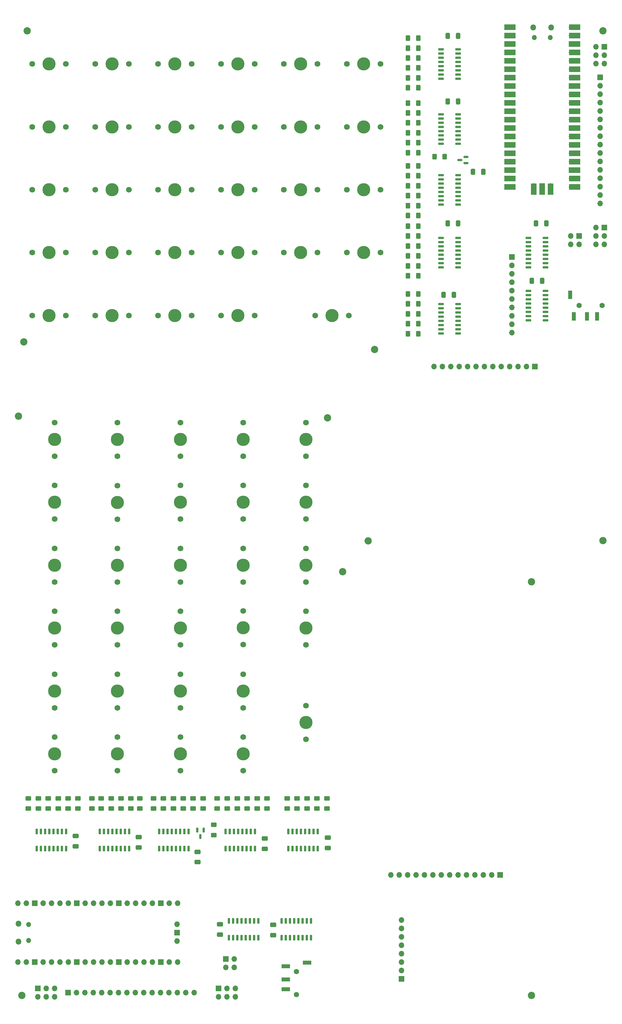
<source format=gts>
G04 #@! TF.GenerationSoftware,KiCad,Pcbnew,(6.0.10)*
G04 #@! TF.CreationDate,2023-02-21T21:24:37+01:00*
G04 #@! TF.ProjectId,kicad,6b696361-642e-46b6-9963-61645f706362,rev?*
G04 #@! TF.SameCoordinates,Original*
G04 #@! TF.FileFunction,Soldermask,Top*
G04 #@! TF.FilePolarity,Negative*
%FSLAX46Y46*%
G04 Gerber Fmt 4.6, Leading zero omitted, Abs format (unit mm)*
G04 Created by KiCad (PCBNEW (6.0.10)) date 2023-02-21 21:24:37*
%MOMM*%
%LPD*%
G01*
G04 APERTURE LIST*
G04 Aperture macros list*
%AMRoundRect*
0 Rectangle with rounded corners*
0 $1 Rounding radius*
0 $2 $3 $4 $5 $6 $7 $8 $9 X,Y pos of 4 corners*
0 Add a 4 corners polygon primitive as box body*
4,1,4,$2,$3,$4,$5,$6,$7,$8,$9,$2,$3,0*
0 Add four circle primitives for the rounded corners*
1,1,$1+$1,$2,$3*
1,1,$1+$1,$4,$5*
1,1,$1+$1,$6,$7*
1,1,$1+$1,$8,$9*
0 Add four rect primitives between the rounded corners*
20,1,$1+$1,$2,$3,$4,$5,0*
20,1,$1+$1,$4,$5,$6,$7,0*
20,1,$1+$1,$6,$7,$8,$9,0*
20,1,$1+$1,$8,$9,$2,$3,0*%
G04 Aperture macros list end*
%ADD10C,1.600000*%
%ADD11R,2.500000X1.200000*%
%ADD12RoundRect,0.250000X-0.625000X0.400000X-0.625000X-0.400000X0.625000X-0.400000X0.625000X0.400000X0*%
%ADD13RoundRect,0.250000X-0.400000X-0.625000X0.400000X-0.625000X0.400000X0.625000X-0.400000X0.625000X0*%
%ADD14C,3.987800*%
%ADD15C,1.750000*%
%ADD16R,1.700000X1.700000*%
%ADD17O,1.700000X1.700000*%
%ADD18RoundRect,0.250000X0.412500X0.650000X-0.412500X0.650000X-0.412500X-0.650000X0.412500X-0.650000X0*%
%ADD19RoundRect,0.150000X-0.725000X-0.150000X0.725000X-0.150000X0.725000X0.150000X-0.725000X0.150000X0*%
%ADD20RoundRect,0.150000X0.587500X0.150000X-0.587500X0.150000X-0.587500X-0.150000X0.587500X-0.150000X0*%
%ADD21C,2.200000*%
%ADD22O,1.500000X1.500000*%
%ADD23O,1.800000X1.800000*%
%ADD24R,3.500000X1.700000*%
%ADD25R,1.700000X3.500000*%
%ADD26RoundRect,0.150000X0.150000X-0.725000X0.150000X0.725000X-0.150000X0.725000X-0.150000X-0.725000X0*%
%ADD27RoundRect,0.250000X-0.412500X-0.650000X0.412500X-0.650000X0.412500X0.650000X-0.412500X0.650000X0*%
%ADD28RoundRect,0.150000X-0.150000X0.725000X-0.150000X-0.725000X0.150000X-0.725000X0.150000X0.725000X0*%
%ADD29RoundRect,0.150000X-0.150000X0.587500X-0.150000X-0.587500X0.150000X-0.587500X0.150000X0.587500X0*%
%ADD30RoundRect,0.250000X-0.650000X0.412500X-0.650000X-0.412500X0.650000X-0.412500X0.650000X0.412500X0*%
%ADD31RoundRect,0.250000X0.650000X-0.412500X0.650000X0.412500X-0.650000X0.412500X-0.650000X-0.412500X0*%
%ADD32R,1.200000X2.500000*%
G04 APERTURE END LIST*
D10*
X120340000Y-323180001D03*
X120340000Y-316180001D03*
D11*
X117090000Y-318580001D03*
X117090000Y-321580001D03*
X123590000Y-313480001D03*
X117090000Y-314580001D03*
D12*
X117539999Y-263880000D03*
X117539999Y-266980000D03*
D13*
X154070000Y-65800000D03*
X157170000Y-65800000D03*
D14*
X45620000Y-42000000D03*
D15*
X50700000Y-42000000D03*
X40540000Y-42000000D03*
X85259999Y-217510000D03*
D14*
X85259999Y-212430000D03*
D15*
X85259999Y-207350000D03*
D16*
X205740000Y-93980000D03*
D17*
X203200000Y-93980000D03*
X205740000Y-96520000D03*
X203200000Y-96520000D03*
D12*
X61339999Y-263880000D03*
X61339999Y-266980000D03*
X48339999Y-263880000D03*
X48339999Y-266980000D03*
D13*
X154069999Y-97000000D03*
X157169999Y-97000000D03*
D18*
X176822500Y-74600000D03*
X173697500Y-74600000D03*
D12*
X99450000Y-263880000D03*
X99450000Y-266980000D03*
D15*
X104260000Y-245350001D03*
D14*
X104260000Y-250430001D03*
D15*
X104260000Y-255510001D03*
D19*
X190425000Y-94555000D03*
X190425000Y-95825000D03*
X190425000Y-97095000D03*
X190425000Y-98365000D03*
X190425000Y-99635000D03*
X190425000Y-100905000D03*
X190425000Y-102175000D03*
X190425000Y-103445000D03*
X195575000Y-103445000D03*
X195575000Y-102175000D03*
X195575000Y-100905000D03*
X195575000Y-99635000D03*
X195575000Y-98365000D03*
X195575000Y-97095000D03*
X195575000Y-95825000D03*
X195575000Y-94555000D03*
D12*
X129540000Y-263880000D03*
X129540000Y-266980000D03*
D20*
X171557500Y-71950000D03*
X171557500Y-70050000D03*
X169682500Y-71000000D03*
D13*
X154070000Y-59800000D03*
X157170000Y-59800000D03*
D12*
X111449999Y-263880000D03*
X111449999Y-266980000D03*
D21*
X134340000Y-195430001D03*
D15*
X116540000Y-61000000D03*
D14*
X121620000Y-61000000D03*
D15*
X126700000Y-61000000D03*
D16*
X152059999Y-318435001D03*
D17*
X152059999Y-315895001D03*
X152059999Y-313355001D03*
X152059999Y-310815001D03*
X152059999Y-308275001D03*
X152059999Y-305735001D03*
X152059999Y-303195001D03*
X152059999Y-300655001D03*
D22*
X197045000Y-34030000D03*
D23*
X191895000Y-31000000D03*
X197345000Y-31000000D03*
D22*
X192195000Y-34030000D03*
D24*
X184830000Y-30870000D03*
D17*
X185730000Y-30870000D03*
D24*
X184830000Y-33410000D03*
D17*
X185730000Y-33410000D03*
D16*
X185730000Y-35950000D03*
D24*
X184830000Y-35950000D03*
X184830000Y-38490000D03*
D17*
X185730000Y-38490000D03*
D24*
X184830000Y-41030000D03*
D17*
X185730000Y-41030000D03*
X185730000Y-43570000D03*
D24*
X184830000Y-43570000D03*
X184830000Y-46110000D03*
D17*
X185730000Y-46110000D03*
D24*
X184830000Y-48650000D03*
D16*
X185730000Y-48650000D03*
D24*
X184830000Y-51190000D03*
D17*
X185730000Y-51190000D03*
D24*
X184830000Y-53730000D03*
D17*
X185730000Y-53730000D03*
D24*
X184830000Y-56270000D03*
D17*
X185730000Y-56270000D03*
X185730000Y-58810000D03*
D24*
X184830000Y-58810000D03*
X184830000Y-61350000D03*
D16*
X185730000Y-61350000D03*
D17*
X185730000Y-63890000D03*
D24*
X184830000Y-63890000D03*
X184830000Y-66430000D03*
D17*
X185730000Y-66430000D03*
X185730000Y-68970000D03*
D24*
X184830000Y-68970000D03*
D17*
X185730000Y-71510000D03*
D24*
X184830000Y-71510000D03*
X184830000Y-74050000D03*
D16*
X185730000Y-74050000D03*
D17*
X185730000Y-76590000D03*
D24*
X184830000Y-76590000D03*
X184830000Y-79130000D03*
D17*
X185730000Y-79130000D03*
D24*
X204410000Y-79130000D03*
D17*
X203510000Y-79130000D03*
X203510000Y-76590000D03*
D24*
X204410000Y-76590000D03*
X204410000Y-74050000D03*
D16*
X203510000Y-74050000D03*
D24*
X204410000Y-71510000D03*
D17*
X203510000Y-71510000D03*
D24*
X204410000Y-68970000D03*
D17*
X203510000Y-68970000D03*
D24*
X204410000Y-66430000D03*
D17*
X203510000Y-66430000D03*
D24*
X204410000Y-63890000D03*
D17*
X203510000Y-63890000D03*
D24*
X204410000Y-61350000D03*
D16*
X203510000Y-61350000D03*
D24*
X204410000Y-58810000D03*
D17*
X203510000Y-58810000D03*
X203510000Y-56270000D03*
D24*
X204410000Y-56270000D03*
X204410000Y-53730000D03*
D17*
X203510000Y-53730000D03*
D24*
X204410000Y-51190000D03*
D17*
X203510000Y-51190000D03*
D24*
X204410000Y-48650000D03*
D16*
X203510000Y-48650000D03*
D24*
X204410000Y-46110000D03*
D17*
X203510000Y-46110000D03*
D24*
X204410000Y-43570000D03*
D17*
X203510000Y-43570000D03*
D24*
X204410000Y-41030000D03*
D17*
X203510000Y-41030000D03*
D24*
X204410000Y-38490000D03*
D17*
X203510000Y-38490000D03*
D16*
X203510000Y-35950000D03*
D24*
X204410000Y-35950000D03*
X204410000Y-33410000D03*
D17*
X203510000Y-33410000D03*
D24*
X204410000Y-30870000D03*
D17*
X203510000Y-30870000D03*
X192080000Y-78900000D03*
D25*
X192080000Y-79800000D03*
D16*
X194620000Y-78900000D03*
D25*
X194620000Y-79800000D03*
X197160000Y-79800000D03*
D17*
X197160000Y-78900000D03*
D14*
X47260000Y-174430001D03*
D15*
X47260000Y-169350001D03*
X47260000Y-179510001D03*
D14*
X64620000Y-80000000D03*
D15*
X59540000Y-80000000D03*
X69700000Y-80000000D03*
D26*
X115895000Y-306005000D03*
X117165000Y-306005000D03*
X118435000Y-306005000D03*
X119705000Y-306005000D03*
X120975000Y-306005000D03*
X122245000Y-306005000D03*
X123515000Y-306005000D03*
X124785000Y-306005000D03*
X124785000Y-300855000D03*
X123515000Y-300855000D03*
X122245000Y-300855000D03*
X120975000Y-300855000D03*
X119705000Y-300855000D03*
X118435000Y-300855000D03*
X117165000Y-300855000D03*
X115895000Y-300855000D03*
D12*
X126539999Y-263880000D03*
X126539999Y-266980000D03*
D15*
X47260000Y-198510001D03*
D14*
X47260000Y-193430001D03*
D15*
X47260000Y-188350001D03*
D19*
X164045000Y-94555000D03*
X164045000Y-95825000D03*
X164045000Y-97095000D03*
X164045000Y-98365000D03*
X164045000Y-99635000D03*
X164045000Y-100905000D03*
X164045000Y-102175000D03*
X164045000Y-103445000D03*
X169195000Y-103445000D03*
X169195000Y-102175000D03*
X169195000Y-100905000D03*
X169195000Y-99635000D03*
X169195000Y-98365000D03*
X169195000Y-97095000D03*
X169195000Y-95825000D03*
X169195000Y-94555000D03*
D15*
X50700000Y-118000000D03*
X40540000Y-118000000D03*
D14*
X45620000Y-118000000D03*
D15*
X97540000Y-80000000D03*
X107700000Y-80000000D03*
D14*
X102620000Y-80000000D03*
D13*
X154070000Y-75800000D03*
X157170000Y-75800000D03*
D14*
X83620000Y-61000000D03*
D15*
X88700000Y-61000000D03*
X78540000Y-61000000D03*
X47259999Y-207350000D03*
D14*
X47259999Y-212430000D03*
D15*
X47259999Y-217510000D03*
D12*
X120540000Y-263880000D03*
X120540000Y-266980000D03*
X77139999Y-263880000D03*
X77139999Y-266980000D03*
D14*
X64620000Y-99000000D03*
D15*
X59540000Y-99000000D03*
X69700000Y-99000000D03*
D12*
X70339999Y-263880000D03*
X70339999Y-266980000D03*
D14*
X66259999Y-155430001D03*
D15*
X66259999Y-160510001D03*
X66259999Y-150350001D03*
D27*
X166077500Y-90170000D03*
X169202500Y-90170000D03*
D21*
X38000000Y-126000000D03*
D13*
X154070000Y-84800000D03*
X157170000Y-84800000D03*
X154070000Y-117490000D03*
X157170000Y-117490000D03*
D15*
X47260000Y-150350000D03*
D14*
X47260000Y-155430000D03*
D15*
X47260000Y-160510000D03*
X66259999Y-179590001D03*
D14*
X66259999Y-174510001D03*
D15*
X66259999Y-169430001D03*
D16*
X192405000Y-133410000D03*
D17*
X189865000Y-133410000D03*
X187325000Y-133410000D03*
X184785000Y-133410000D03*
X182245000Y-133410000D03*
X179705000Y-133410000D03*
X177165000Y-133410000D03*
X174625000Y-133410000D03*
X172085000Y-133410000D03*
X169545000Y-133410000D03*
X167005000Y-133410000D03*
X164465000Y-133410000D03*
X161925000Y-133410000D03*
D19*
X164045000Y-75555000D03*
X164045000Y-76825000D03*
X164045000Y-78095000D03*
X164045000Y-79365000D03*
X164045000Y-80635000D03*
X164045000Y-81905000D03*
X164045000Y-83175000D03*
X164045000Y-84445000D03*
X169195000Y-84445000D03*
X169195000Y-83175000D03*
X169195000Y-81905000D03*
X169195000Y-80635000D03*
X169195000Y-79365000D03*
X169195000Y-78095000D03*
X169195000Y-76825000D03*
X169195000Y-75555000D03*
D15*
X97540000Y-42000000D03*
D14*
X102620000Y-42000000D03*
D15*
X107700000Y-42000000D03*
D12*
X102449999Y-263880000D03*
X102449999Y-266980000D03*
D16*
X212090000Y-46027500D03*
D17*
X212090000Y-48567500D03*
X212090000Y-51107500D03*
X212090000Y-53647500D03*
X212090000Y-56187500D03*
X212090000Y-58727500D03*
X212090000Y-61267500D03*
X212090000Y-63807500D03*
X212090000Y-66347500D03*
X212090000Y-68887500D03*
X212090000Y-71427500D03*
X212090000Y-73967500D03*
X212090000Y-76507500D03*
X212090000Y-79047500D03*
X212090000Y-81587500D03*
X212090000Y-84127500D03*
D15*
X85259999Y-226350001D03*
D14*
X85259999Y-231430001D03*
D15*
X85259999Y-236510001D03*
D21*
X213000000Y-186000000D03*
D15*
X50700000Y-61000000D03*
D14*
X45620000Y-61000000D03*
D15*
X40540000Y-61000000D03*
D28*
X87785000Y-273855000D03*
X86515000Y-273855000D03*
X85245000Y-273855000D03*
X83975000Y-273855000D03*
X82705000Y-273855000D03*
X81435000Y-273855000D03*
X80165000Y-273855000D03*
X78895000Y-273855000D03*
X78895000Y-279005000D03*
X80165000Y-279005000D03*
X81435000Y-279005000D03*
X82705000Y-279005000D03*
X83975000Y-279005000D03*
X85245000Y-279005000D03*
X86515000Y-279005000D03*
X87785000Y-279005000D03*
D14*
X104259999Y-155430000D03*
D15*
X104259999Y-150350000D03*
X104259999Y-160510000D03*
D16*
X51367499Y-322560001D03*
D17*
X53907499Y-322560001D03*
X56447499Y-322560001D03*
X58987499Y-322560001D03*
X61527499Y-322560001D03*
X64067499Y-322560001D03*
X66607499Y-322560001D03*
X69147499Y-322560001D03*
X71687499Y-322560001D03*
X74227499Y-322560001D03*
X76767499Y-322560001D03*
X79307499Y-322560001D03*
X81847499Y-322560001D03*
X84387499Y-322560001D03*
X86927499Y-322560001D03*
X89467499Y-322560001D03*
D29*
X92290000Y-273492500D03*
X90390000Y-273492500D03*
X91340000Y-275367500D03*
D21*
X144000000Y-128270000D03*
D13*
X154070000Y-94000000D03*
X157170000Y-94000000D03*
D12*
X58539999Y-263880000D03*
X58539999Y-266980000D03*
D28*
X69785000Y-273855000D03*
X68515000Y-273855000D03*
X67245000Y-273855000D03*
X65975000Y-273855000D03*
X64705000Y-273855000D03*
X63435000Y-273855000D03*
X62165000Y-273855000D03*
X60895000Y-273855000D03*
X60895000Y-279005000D03*
X62165000Y-279005000D03*
X63435000Y-279005000D03*
X64705000Y-279005000D03*
X65975000Y-279005000D03*
X67245000Y-279005000D03*
X68515000Y-279005000D03*
X69785000Y-279005000D03*
D13*
X154070000Y-49200000D03*
X157170000Y-49200000D03*
D14*
X83620000Y-99000000D03*
D15*
X78540000Y-99000000D03*
X88700000Y-99000000D03*
D30*
X129799999Y-275765001D03*
X129799999Y-278890001D03*
D19*
X190425000Y-110555000D03*
X190425000Y-111825000D03*
X190425000Y-113095000D03*
X190425000Y-114365000D03*
X190425000Y-115635000D03*
X190425000Y-116905000D03*
X190425000Y-118175000D03*
X190425000Y-119445000D03*
X195575000Y-119445000D03*
X195575000Y-118175000D03*
X195575000Y-116905000D03*
X195575000Y-115635000D03*
X195575000Y-114365000D03*
X195575000Y-113095000D03*
X195575000Y-111825000D03*
X195575000Y-110555000D03*
D13*
X154070000Y-78800000D03*
X157170000Y-78800000D03*
D27*
X191477500Y-107480000D03*
X194602500Y-107480000D03*
X164807500Y-111760000D03*
X167932500Y-111760000D03*
D15*
X66259999Y-198510000D03*
X66259999Y-188350000D03*
D14*
X66259999Y-193430000D03*
D12*
X89140000Y-263880000D03*
X89140000Y-266980000D03*
D13*
X154070000Y-123490000D03*
X157170000Y-123490000D03*
D30*
X72650000Y-275570000D03*
X72650000Y-278695000D03*
D16*
X96794999Y-321270001D03*
D17*
X96794999Y-323810001D03*
X99334999Y-321270001D03*
X99334999Y-323810001D03*
X101874999Y-321270001D03*
X101874999Y-323810001D03*
D15*
X123259999Y-179510001D03*
X123259999Y-169350001D03*
D14*
X123259999Y-174430001D03*
D15*
X116540000Y-99000000D03*
X126700000Y-99000000D03*
D14*
X121620000Y-99000000D03*
D15*
X135540000Y-42000000D03*
X145700000Y-42000000D03*
D14*
X140620000Y-42000000D03*
D12*
X73044999Y-263880000D03*
X73044999Y-266980000D03*
X105449999Y-263880000D03*
X105449999Y-266980000D03*
D13*
X154070000Y-62800000D03*
X157170000Y-62800000D03*
D12*
X95339999Y-271880001D03*
X95339999Y-274980001D03*
D14*
X64620000Y-42000000D03*
D15*
X59540000Y-42000000D03*
X69700000Y-42000000D03*
D14*
X104259999Y-193430001D03*
D15*
X104259999Y-198510001D03*
X104259999Y-188350001D03*
D12*
X92139999Y-263880000D03*
X92139999Y-266980000D03*
D13*
X154070000Y-34200000D03*
X157170000Y-34200000D03*
X154069999Y-87800000D03*
X157169999Y-87800000D03*
D14*
X140620000Y-80000000D03*
D15*
X145700000Y-80000000D03*
X135540000Y-80000000D03*
D16*
X213380000Y-36830000D03*
D17*
X210840000Y-36830000D03*
X213380000Y-39370000D03*
X210840000Y-39370000D03*
X213380000Y-41910000D03*
X210840000Y-41910000D03*
D30*
X110750000Y-275988752D03*
X110750000Y-279113752D03*
D31*
X113289999Y-305180001D03*
X113289999Y-302055001D03*
D13*
X154070000Y-100000000D03*
X157170000Y-100000000D03*
D27*
X166077500Y-33490000D03*
X169202500Y-33490000D03*
D14*
X85259999Y-155430001D03*
D15*
X85259999Y-160510001D03*
X85259999Y-150350001D03*
D14*
X45620000Y-99000000D03*
D15*
X40540000Y-99000000D03*
X50700000Y-99000000D03*
D30*
X53599999Y-275277501D03*
X53599999Y-278402501D03*
D21*
X36339999Y-148430000D03*
D12*
X42339999Y-263880000D03*
X42339999Y-266980000D03*
D15*
X66259999Y-245350001D03*
D14*
X66259999Y-250430001D03*
D15*
X66259999Y-255510001D03*
D16*
X181869999Y-287000001D03*
D17*
X179329999Y-287000001D03*
X176789999Y-287000001D03*
X174249999Y-287000001D03*
X171709999Y-287000001D03*
X169169999Y-287000001D03*
X166629999Y-287000001D03*
X164089999Y-287000001D03*
X161549999Y-287000001D03*
X159009999Y-287000001D03*
X156469999Y-287000001D03*
X153929999Y-287000001D03*
X151389999Y-287000001D03*
X148849999Y-287000001D03*
D13*
X154070000Y-72800000D03*
X157170000Y-72800000D03*
X154070000Y-120490000D03*
X157170000Y-120490000D03*
X154070000Y-81800000D03*
X157170000Y-81800000D03*
D15*
X88700000Y-42000000D03*
X78540000Y-42000000D03*
D14*
X83620000Y-42000000D03*
D16*
X185420000Y-100330000D03*
D17*
X185420000Y-102870000D03*
X185420000Y-105410000D03*
X185420000Y-107950000D03*
X185420000Y-110490000D03*
X185420000Y-113030000D03*
X185420000Y-115570000D03*
X185420000Y-118110000D03*
X185420000Y-120650000D03*
X185420000Y-123190000D03*
D21*
X191339999Y-323430001D03*
D13*
X154070000Y-111490000D03*
X157170000Y-111490000D03*
D12*
X123539999Y-263880000D03*
X123539999Y-266980000D03*
D14*
X123259999Y-240905000D03*
D15*
X123259999Y-235825000D03*
X123259999Y-245985000D03*
D14*
X45620000Y-80000000D03*
D15*
X50700000Y-80000000D03*
X40540000Y-80000000D03*
D19*
X164045000Y-37555000D03*
X164045000Y-38825000D03*
X164045000Y-40095000D03*
X164045000Y-41365000D03*
X164045000Y-42635000D03*
X164045000Y-43905000D03*
X164045000Y-45175000D03*
X164045000Y-46445000D03*
X169195000Y-46445000D03*
X169195000Y-45175000D03*
X169195000Y-43905000D03*
X169195000Y-42635000D03*
X169195000Y-41365000D03*
X169195000Y-40095000D03*
X169195000Y-38825000D03*
X169195000Y-37555000D03*
D14*
X83620000Y-80000000D03*
D15*
X78540000Y-80000000D03*
X88700000Y-80000000D03*
D27*
X192747500Y-90170000D03*
X195872500Y-90170000D03*
D14*
X104259999Y-174430001D03*
D15*
X104259999Y-169350001D03*
X104259999Y-179510001D03*
X66259999Y-236510001D03*
X66259999Y-226350001D03*
D14*
X66259999Y-231430001D03*
D12*
X83139999Y-263880000D03*
X83139999Y-266980000D03*
D14*
X85259999Y-250430001D03*
D15*
X85259999Y-245350001D03*
X85259999Y-255510001D03*
D19*
X164045000Y-57235000D03*
X164045000Y-58505000D03*
X164045000Y-59775000D03*
X164045000Y-61045000D03*
X164045000Y-62315000D03*
X164045000Y-63585000D03*
X164045000Y-64855000D03*
X164045000Y-66125000D03*
X169195000Y-66125000D03*
X169195000Y-64855000D03*
X169195000Y-63585000D03*
X169195000Y-62315000D03*
X169195000Y-61045000D03*
X169195000Y-59775000D03*
X169195000Y-58505000D03*
X169195000Y-57235000D03*
D12*
X86139999Y-263880000D03*
X86139999Y-266980000D03*
D14*
X121620000Y-42000000D03*
D15*
X126700000Y-42000000D03*
X116540000Y-42000000D03*
D14*
X123259999Y-212430001D03*
D15*
X123259999Y-217510001D03*
X123259999Y-207350001D03*
D16*
X42169999Y-321290001D03*
D17*
X42169999Y-323830001D03*
X44709999Y-321290001D03*
X44709999Y-323830001D03*
X47249999Y-321290001D03*
X47249999Y-323830001D03*
D12*
X45340000Y-263880000D03*
X45340000Y-266980000D03*
D13*
X162070000Y-70000000D03*
X165170000Y-70000000D03*
D14*
X131095000Y-118000000D03*
D15*
X126015000Y-118000000D03*
X136175000Y-118000000D03*
D31*
X90429999Y-283145001D03*
X90429999Y-280020001D03*
D14*
X121620000Y-80000000D03*
D15*
X126700000Y-80000000D03*
X116540000Y-80000000D03*
D12*
X108450000Y-263880000D03*
X108450000Y-266980000D03*
D15*
X104259999Y-207270000D03*
D14*
X104259999Y-212350000D03*
D15*
X104259999Y-217430000D03*
D12*
X54340000Y-263880000D03*
X54340000Y-266980000D03*
D15*
X66259999Y-207350000D03*
D14*
X66259999Y-212430000D03*
D15*
X66259999Y-217510000D03*
D21*
X142000000Y-186064466D03*
D15*
X59540000Y-61000000D03*
D14*
X64620000Y-61000000D03*
D15*
X69700000Y-61000000D03*
D21*
X37339999Y-323430001D03*
D12*
X64339999Y-263880001D03*
X64339999Y-266980001D03*
D15*
X78540000Y-118000000D03*
D14*
X83620000Y-118000000D03*
D15*
X88700000Y-118000000D03*
D12*
X80140000Y-263880000D03*
X80140000Y-266980000D03*
D13*
X154070000Y-91000001D03*
X157170000Y-91000001D03*
X154070000Y-46200000D03*
X157170000Y-46200000D03*
D14*
X64620000Y-118000000D03*
D15*
X59540000Y-118000000D03*
X69700000Y-118000000D03*
D13*
X154070000Y-114490000D03*
X157170000Y-114490000D03*
D21*
X129758939Y-148932711D03*
D15*
X47259999Y-226350001D03*
D14*
X47259999Y-231430001D03*
D15*
X47259999Y-236510001D03*
D13*
X154070000Y-56800000D03*
X157170000Y-56800000D03*
D26*
X99895000Y-306005001D03*
X101165000Y-306005001D03*
X102435000Y-306005001D03*
X103705000Y-306005001D03*
X104975000Y-306005001D03*
X106245000Y-306005001D03*
X107515000Y-306005001D03*
X108785000Y-306005001D03*
X108785000Y-300855001D03*
X107515000Y-300855001D03*
X106245000Y-300855001D03*
X104975000Y-300855001D03*
X103705000Y-300855001D03*
X102435000Y-300855001D03*
X101165000Y-300855001D03*
X99895000Y-300855001D03*
D10*
X205750000Y-115000000D03*
X212750000Y-115000000D03*
D32*
X208150000Y-118250000D03*
X211150000Y-118250000D03*
X203050000Y-111750000D03*
X204150000Y-118250000D03*
D12*
X67340000Y-263880000D03*
X67340000Y-266980000D03*
D13*
X154070000Y-40200000D03*
X157170000Y-40200000D03*
D15*
X135540000Y-61000000D03*
X145700000Y-61000000D03*
D14*
X140620000Y-61000000D03*
D31*
X97249999Y-305072501D03*
X97249999Y-301947501D03*
D21*
X213000000Y-32000000D03*
D16*
X99045000Y-312400000D03*
D17*
X99045000Y-314940000D03*
X101585000Y-312400000D03*
X101585000Y-314940000D03*
D15*
X107700000Y-118000000D03*
D14*
X102620000Y-118000000D03*
D15*
X97540000Y-118000000D03*
D13*
X154070000Y-37200000D03*
X157170000Y-37200000D03*
D21*
X39000000Y-32000000D03*
D13*
X154070000Y-103000000D03*
X157170000Y-103000000D03*
D15*
X85259999Y-179510001D03*
D14*
X85259999Y-174430001D03*
D15*
X85259999Y-169350001D03*
D28*
X107784999Y-273855001D03*
X106514999Y-273855001D03*
X105244999Y-273855001D03*
X103974999Y-273855001D03*
X102704999Y-273855001D03*
X101434999Y-273855001D03*
X100164999Y-273855001D03*
X98894999Y-273855001D03*
X98894999Y-279005001D03*
X100164999Y-279005001D03*
X101434999Y-279005001D03*
X102704999Y-279005001D03*
X103974999Y-279005001D03*
X105244999Y-279005001D03*
X106514999Y-279005001D03*
X107784999Y-279005001D03*
D15*
X97540000Y-61000000D03*
X107700000Y-61000000D03*
D14*
X102620000Y-61000000D03*
X104260000Y-231430001D03*
D15*
X104260000Y-236510001D03*
X104260000Y-226350001D03*
X85259999Y-198510000D03*
X85259999Y-188350000D03*
D14*
X85259999Y-193430000D03*
D27*
X166077500Y-53340000D03*
X169202500Y-53340000D03*
D12*
X51340000Y-263880001D03*
X51340000Y-266980001D03*
D15*
X145700000Y-99000000D03*
D14*
X140620000Y-99000000D03*
D15*
X135540000Y-99000000D03*
D19*
X164045000Y-114555000D03*
X164045000Y-115825000D03*
X164045000Y-117095000D03*
X164045000Y-118365000D03*
X164045000Y-119635000D03*
X164045000Y-120905000D03*
X164045000Y-122175000D03*
X164045000Y-123445000D03*
X169195000Y-123445000D03*
X169195000Y-122175000D03*
X169195000Y-120905000D03*
X169195000Y-119635000D03*
X169195000Y-118365000D03*
X169195000Y-117095000D03*
X169195000Y-115825000D03*
X169195000Y-114555000D03*
D16*
X213420000Y-91455000D03*
D17*
X210880000Y-91455000D03*
X213420000Y-93995000D03*
X210880000Y-93995000D03*
X213420000Y-96535000D03*
X210880000Y-96535000D03*
D13*
X154069999Y-106000000D03*
X157169999Y-106000000D03*
D15*
X123259999Y-150350000D03*
D14*
X123259999Y-155430000D03*
D15*
X123259999Y-160510000D03*
X47259999Y-255510001D03*
D14*
X47259999Y-250430001D03*
D15*
X47259999Y-245350001D03*
D13*
X154070000Y-43200000D03*
X157170000Y-43200000D03*
D12*
X39339999Y-263880000D03*
X39339999Y-266980000D03*
D28*
X50784999Y-273855000D03*
X49514999Y-273855000D03*
X48244999Y-273855000D03*
X46974999Y-273855000D03*
X45704999Y-273855000D03*
X44434999Y-273855000D03*
X43164999Y-273855000D03*
X41894999Y-273855000D03*
X41894999Y-279005000D03*
X43164999Y-279005000D03*
X44434999Y-279005000D03*
X45704999Y-279005000D03*
X46974999Y-279005000D03*
X48244999Y-279005000D03*
X49514999Y-279005000D03*
X50784999Y-279005000D03*
X126785000Y-273855001D03*
X125515000Y-273855001D03*
X124245000Y-273855001D03*
X122975000Y-273855001D03*
X121705000Y-273855001D03*
X120435000Y-273855001D03*
X119165000Y-273855001D03*
X117895000Y-273855001D03*
X117895000Y-279005001D03*
X119165000Y-279005001D03*
X120435000Y-279005001D03*
X121705000Y-279005001D03*
X122975000Y-279005001D03*
X124245000Y-279005001D03*
X125515000Y-279005001D03*
X126785000Y-279005001D03*
D15*
X97540000Y-99000000D03*
D14*
X102620000Y-99000000D03*
D15*
X107700000Y-99000000D03*
D13*
X154070000Y-53800000D03*
X157170000Y-53800000D03*
D21*
X191340000Y-198430001D03*
D13*
X154070000Y-68800000D03*
X157170000Y-68800000D03*
D12*
X96339999Y-263880001D03*
X96339999Y-266980001D03*
D15*
X123259999Y-198510001D03*
D14*
X123259999Y-193430001D03*
D15*
X123259999Y-188350001D03*
D23*
X36339999Y-307155001D03*
X36339999Y-301705001D03*
D22*
X39369999Y-306855001D03*
X39369999Y-302005001D03*
D17*
X36209999Y-295540001D03*
X38749999Y-295540001D03*
D16*
X41289999Y-295540001D03*
D17*
X43829999Y-295540001D03*
X46369999Y-295540001D03*
X48909999Y-295540001D03*
X51449999Y-295540001D03*
D16*
X53989999Y-295540001D03*
D17*
X56529999Y-295540001D03*
X59069999Y-295540001D03*
X61609999Y-295540001D03*
X64149999Y-295540001D03*
D16*
X66689999Y-295540001D03*
D17*
X69229999Y-295540001D03*
X71769999Y-295540001D03*
X74309999Y-295540001D03*
X76849999Y-295540001D03*
D16*
X79389999Y-295540001D03*
D17*
X81929999Y-295540001D03*
X84469999Y-295540001D03*
X84469999Y-313320001D03*
X81929999Y-313320001D03*
D16*
X79389999Y-313320001D03*
D17*
X76849999Y-313320001D03*
X74309999Y-313320001D03*
X71769999Y-313320001D03*
X69229999Y-313320001D03*
D16*
X66689999Y-313320001D03*
D17*
X64149999Y-313320001D03*
X61609999Y-313320001D03*
X59069999Y-313320001D03*
X56529999Y-313320001D03*
D16*
X53989999Y-313320001D03*
D17*
X51449999Y-313320001D03*
X48909999Y-313320001D03*
X46369999Y-313320001D03*
X43829999Y-313320001D03*
D16*
X41289999Y-313320001D03*
D17*
X38749999Y-313320001D03*
X36209999Y-313320001D03*
X84239999Y-301890001D03*
D16*
X84239999Y-304430001D03*
D17*
X84239999Y-306970001D03*
M02*

</source>
